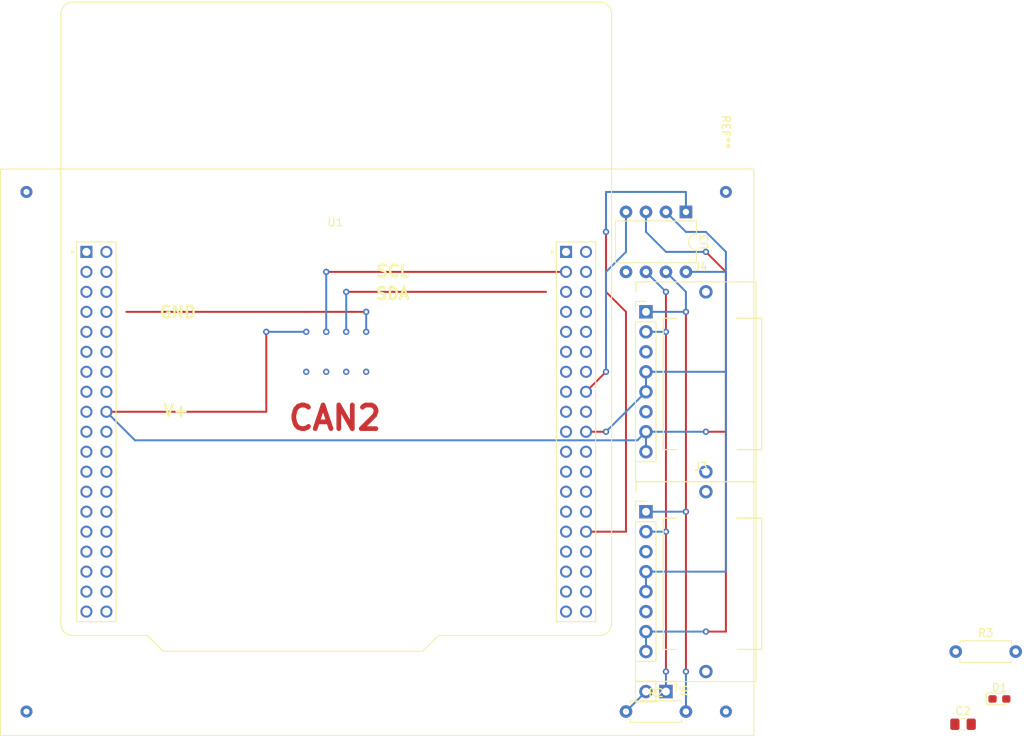
<source format=kicad_pcb>
(kicad_pcb (version 20221018) (generator pcbnew)
  (layers (0 "F.Cu" signal) (31 "B.Cu" signal) (34 "B.Paste" user) (35 "F.Paste" user) (36 "B.SilkS" user "B.Silkscreen") (37 "F.SilkS" user "F.Silkscreen") (38 "B.Mask" user) (39 "F.Mask" user) (44 "Edge.Cuts" user))
  (net 0 "")
  (net 1 "GND")
  (net 2 "+5V")
  (net 3 "Net-(D1-A)")
  (net 7 "CAN2H")
  (net 8 "CAN2L")
  (net 13 "Net-(J6-Pin_2)")
  (net 14 "CAN2_TD")
  (net 15 "CAN2_RD")
  (net 47 "unconnected-(U1B-PB8-PadCN10_3)")
  (footprint "Original:NUCLEO-F446RE" (layer "F.Cu") (at 88.9 96.52)
    (fp_text reference "U1" (at 31.638637 -3.767763 unlocked) (layer "F.SilkS"))
    (fp_text value "NUCLEO-F446RE")
    (fp_line (start -3.25 47.26) (end -3.25 -30.24) (stroke (width 0.127)) (layer "F.SilkS"))
    (fp_line (start -1.75 -31.74) (end 65.25 -31.74) (stroke (width 0.127)) (layer "F.SilkS"))
    (fp_line (start -1.23 -1.27) (end -1.23 46.99) (stroke (width 0.127)) (layer "F.SilkS"))
    (fp_line (start -1.23 46.99) (end 3.77 46.99) (stroke (width 0.127)) (layer "F.SilkS"))
    (fp_line (start 3.77 -1.27) (end -1.23 -1.27) (stroke (width 0.127)) (layer "F.SilkS"))
    (fp_line (start 3.77 46.99) (end 3.77 -1.27) (stroke (width 0.127)) (layer "F.SilkS"))
    (fp_line (start 7.75 48.76) (end -1.75 48.76) (stroke (width 0.127)) (layer "F.SilkS"))
    (fp_line (start 9.75 50.76) (end 7.75 48.76) (stroke (width 0.127)) (layer "F.SilkS"))
    (fp_line (start 42.75 50.76) (end 9.75 50.76) (stroke (width 0.127)) (layer "F.SilkS"))
    (fp_line (start 44.75 48.76) (end 42.75 50.76) (stroke (width 0.127)) (layer "F.SilkS"))
    (fp_line (start 59.73 -1.27) (end 59.73 46.99) (stroke (width 0.127)) (layer "F.SilkS"))
    (fp_line (start 59.73 46.99) (end 64.73 46.99) (stroke (width 0.127)) (layer "F.SilkS"))
    (fp_line (start 64.73 -1.27) (end 59.73 -1.27) (stroke (width 0.127)) (layer "F.SilkS"))
    (fp_line (start 64.73 46.99) (end 64.73 -1.27) (stroke (width 0.127)) (layer "F.SilkS"))
    (fp_line (start 65.25 48.76) (end 44.75 48.76) (stroke (width 0.127)) (layer "F.SilkS"))
    (fp_line (start 66.75 -30.24) (end 66.75 47.26) (stroke (width 0.127)) (layer "F.SilkS"))
    (fp_arc (start -3.25 -30.24) (mid -2.81066 -31.30066) (end -1.75 -31.74) (stroke (width 0.127)) (layer "F.SilkS"))
    (fp_arc (start -1.75 48.76) (mid -2.81066 48.32066) (end -3.25 47.26) (stroke (width 0.127)) (layer "F.SilkS"))
    (fp_arc (start 65.25 -31.74) (mid 66.31066 -31.30066) (end 66.75 -30.24) (stroke (width 0.127)) (layer "F.SilkS"))
    (fp_arc (start 66.75 47.26) (mid 66.31066 48.32066) (end 65.25 48.76) (stroke (width 0.127)) (layer "F.SilkS"))
    (fp_circle (center -1.75 0) (end -1.65 0) (stroke (width 0.2)) (fill none) (layer "F.SilkS"))
    (fp_circle (center 59.21 0) (end 59.31 0) (stroke (width 0.2)) (fill none) (layer "F.SilkS"))
    (pad "" np_thru_hole circle (at 7.62 -3.81) (size 3 3) (drill 3) (layers "*.Cu" "*.Mask"))
    (pad "" np_thru_hole circle (at 40.64 48.26) (size 3 3) (drill 3) (layers "*.Cu" "*.Mask"))
    (pad "" np_thru_hole circle (at 55.88 -2.54) (size 3 3) (drill 3) (layers "*.Cu" "*.Mask"))
    (pad "CN7_1" thru_hole rect (at 0 0) (size 1.53 1.53) (drill 1.02) (layers "*.Cu" "*.Mask"))
    (pad "CN7_2" thru_hole circle (at 2.54 0) (size 1.53 1.53) (drill 1.02) (layers "*.Cu" "*.Mask"))
    (pad "CN7_3" thru_hole circle (at 0 2.54) (size 1.53 1.53) (drill 1.02) (layers "*.Cu" "*.Mask"))
    (pad "CN7_4" thru_hole circle (at 2.54 2.54) (size 1.53 1.53) (drill 1.02) (layers "*.Cu" "*.Mask"))
    (pad "CN7_5" thru_hole circle (at 0 5.08) (size 1.53 1.53) (drill 1.02) (layers "*.Cu" "*.Mask"))
    (pad "CN7_6" thru_hole circle (at 2.54 5.08) (size 1.53 1.53) (drill 1.02) (layers "*.Cu" "*.Mask"))
    (pad "CN7_7" thru_hole circle (at 0 7.62) (size 1.53 1.53) (drill 1.02) (layers "*.Cu" "*.Mask"))
    (pad "CN7_8" thru_hole circle (at 2.54 7.62) (size 1.53 1.53) (drill 1.02) (layers "*.Cu" "*.Mask") (net 1 "GND"))
    (pad "CN7_9" thru_hole circle (at 0 10.16) (size 1.53 1.53) (drill 1.02) (layers "*.Cu" "*.Mask"))
    (pad "CN7_10" thru_hole circle (at 2.54 10.16) (size 1.53 1.53) (drill 1.02) (layers "*.Cu" "*.Mask"))
    (pad "CN7_11" thru_hole circle (at 0 12.7) (size 1.53 1.53) (drill 1.02) (layers "*.Cu" "*.Mask"))
    (pad "CN7_12" thru_hole circle (at 2.54 12.7) (size 1.53 1.53) (drill 1.02) (layers "*.Cu" "*.Mask"))
    (pad "CN7_13" thru_hole circle (at 0 15.24) (size 1.53 1.53) (drill 1.02) (layers "*.Cu" "*.Mask"))
    (pad "CN7_14" thru_hole circle (at 2.54 15.24) (size 1.53 1.53) (drill 1.02) (layers "*.Cu" "*.Mask"))
    (pad "CN7_15" thru_hole circle (at 0 17.78) (size 1.53 1.53) (drill 1.02) (layers "*.Cu" "*.Mask"))
    (pad "CN7_16" thru_hole circle (at 2.54 17.78) (size 1.53 1.53) (drill 1.02) (layers "*.Cu" "*.Mask"))
    (pad "CN7_17" thru_hole circle (at 0 20.32) (size 1.53 1.53) (drill 1.02) (layers "*.Cu" "*.Mask"))
    (pad "CN7_18" thru_hole circle (at 2.54 20.32) (size 1.53 1.53) (drill 1.02) (layers "*.Cu" "*.Mask") (net 2 "+5V"))
    (pad "CN7_19" thru_hole circle (at 0 22.86) (size 1.53 1.53) (drill 1.02) (layers "*.Cu" "*.Mask") (net 1 "GND"))
    (pad "CN7_20" thru_hole circle (at 2.54 22.86) (size 1.53 1.53) (drill 1.02) (layers "*.Cu" "*.Mask") (net 1 "GND"))
    (pad "CN7_21" thru_hole circle (at 0 25.4) (size 1.53 1.53) (drill 1.02) (layers "*.Cu" "*.Mask"))
    (pad "CN7_22" thru_hole circle (at 2.54 25.4) (size 1.53 1.53) (drill 1.02) (layers "*.Cu" "*.Mask") (net 1 "GND"))
    (pad "CN7_23" thru_hole circle (at 0 27.94) (size 1.53 1.53) (drill 1.02) (layers "*.Cu" "*.Mask"))
    (pad "CN7_24" thru_hole circle (at 2.54 27.94) (size 1.53 1.53) (drill 1.02) (layers "*.Cu" "*.Mask"))
    (pad "CN7_25" thru_hole circle (at 0 30.48) (size 1.53 1.53) (drill 1.02) (layers "*.Cu" "*.Mask"))
    (pad "CN7_26" thru_hole circle (at 2.54 30.48) (size 1.53 1.53) (drill 1.02) (layers "*.Cu" "*.Mask"))
    (pad "CN7_27" thru_hole circle (at 0 33.02) (size 1.53 1.53) (drill 1.02) (layers "*.Cu" "*.Mask"))
    (pad "CN7_28" thru_hole circle (at 2.54 33.02) (size 1.53 1.53) (drill 1.02) (layers "*.Cu" "*.Mask"))
    (pad "CN7_29" thru_hole circle (at 0 35.56) (size 1.53 1.53) (drill 1.02) (layers "*.Cu" "*.Mask"))
    (pad "CN7_30" thru_hole circle (at 2.54 35.56) (size 1.53 1.53) (drill 1.02) (layers "*.Cu" "*.Mask"))
    (pad "CN7_31" thru_hole circle (at 0 38.1) (size 1.53 1.53) (drill 1.02) (layers "*.Cu" "*.Mask"))
    (pad "CN7_32" thru_hole circle (at 2.54 38.1) (size 1.53 1.53) (drill 1.02) (layers "*.Cu" "*.Mask"))
    (pad "CN7_33" thru_hole circle (at 0 40.64) (size 1.53 1.53) (drill 1.02) (layers "*.Cu" "*.Mask"))
    (pad "CN7_34" thru_hole circle (at 2.54 40.64) (size 1.53 1.53) (drill 1.02) (layers "*.Cu" "*.Mask"))
    (pad "CN7_35" thru_hole circle (at 0 43.18) (size 1.53 1.53) (drill 1.02) (layers "*.Cu" "*.Mask"))
    (pad "CN7_36" thru_hole circle (at 2.54 43.18) (size 1.53 1.53) (drill 1.02) (layers "*.Cu" "*.Mask"))
    (pad "CN7_37" thru_hole circle (at 0 45.72) (size 1.53 1.53) (drill 1.02) (layers "*.Cu" "*.Mask"))
    (pad "CN7_38" thru_hole circle (at 2.54 45.72) (size 1.53 1.53) (drill 1.02) (layers "*.Cu" "*.Mask"))
    (pad "CN10_1" thru_hole rect (at 60.96 0) (size 1.53 1.53) (drill 1.02) (layers "*.Cu" "*.Mask"))
    (pad "CN10_2" thru_hole circle (at 63.5 0) (size 1.53 1.53) (drill 1.02) (layers "*.Cu" "*.Mask"))
    (pad "CN10_3" thru_hole circle (at 60.96 2.54) (size 1.53 1.53) (drill 1.02) (layers "*.Cu" "*.Mask") (net 47 "unconnected-(U1B-PB8-PadCN10_3)"))
    (pad "CN10_4" thru_hole circle (at 63.5 2.54) (size 1.53 1.53) (drill 1.02) (layers "*.Cu" "*.Mask"))
    (pad "CN10_5" thru_hole circle (at 60.96 5.08) (size 1.53 1.53) (drill 1.02) (layers "*.Cu" "*.Mask"))
    (pad "CN10_6" thru_hole circle (at 63.5 5.08) (size 1.53 1.53) (drill 1.02) (layers "*.Cu" "*.Mask"))
    (pad "CN10_7" thru_hole circle (at 60.96 7.62) (size 1.53 1.53) (drill 1.02) (layers "*.Cu" "*.Mask"))
    (pad "CN10_8" thru_hole circle (at 63.5 7.62) (size 1.53 1.53) (drill 1.02) (layers "*.Cu" "*.Mask"))
    (pad "CN10_9" thru_hole circle (at 60.96 10.16) (size 1.53 1.53) (drill 1.02) (layers "*.Cu" "*.Mask") (net 1 "GND"))
    (pad "CN10_10" thru_hole circle (at 63.5 10.16) (size 1.53 1.53) (drill 1.02) (layers "*.Cu" "*.Mask"))
    (pad "CN10_11" thru_hole circle (at 60.96 12.7) (size 1.53 1.53) (drill 1.02) (layers "*.Cu" "*.Mask"))
    (pad "CN10_12" thru_hole circle (at 63.5 12.7) (size 1.53 1.53) (drill 1.02) (layers "*.Cu" "*.Mask"))
    (pad "CN10_13" thru_hole circle (at 60.96 15.24) (size 1.53 1.53) (drill 1.02) (layers "*.Cu" "*.Mask"))
    (pad "CN10_14" thru_hole circle (at 63.5 15.24) (size 1.53 1.53) (drill 1.02) (layers "*.Cu" "*.Mask"))
    (pad "CN10_15" thru_hole circle (at 60.96 17.78) (size 1.53 1.53) (drill 1.02) (layers "*.Cu" "*.Mask"))
    (pad "CN10_16" thru_hole circle (at 63.5 17.78) (size 1.53 1.53) (drill 1.02) (layers "*.Cu" "*.Mask") (net 15 "CAN2_RD"))
    (pad "CN10_17" thru_hole circle (at 60.96 20.32) (size 1.53 1.53) (drill 1.02) (layers "*.Cu" "*.Mask"))
    (pad "CN10_18" thru_hole circle (at 63.5 20.32) (size 1.53 1.53) (drill 1.02) (layers "*.Cu" "*.Mask"))
    (pad "CN10_19" thru_hole circle (at 60.96 22.86) (size 1.53 1.53) (drill 1.02) (layers "*.Cu" "*.Mask"))
    (pad "CN10_20" thru_hole circle (at 63.5 22.86) (size 1.53 1.53) (drill 1.02) (layers "*.Cu" "*.Mask") (net 1 "GND"))
    (pad "CN10_21" thru_hole circle (at 60.96 25.4) (size 1.53 1.53) (drill 1.02) (layers "*.Cu" "*.Mask"))
    (pad "CN10_22" thru_hole circle (at 63.5 25.4) (size 1.53 1.53) (drill 1.02) (layers "*.Cu" "*.Mask"))
    (pad "CN10_23" thru_hole circle (at 60.96 27.94) (size 1.53 1.53) (drill 1.02) (layers "*.Cu" "*.Mask"))
    (pad "CN10_24" thru_hole circle (at 63.5 27.94) (size 1.53 1.53) (drill 1.02) (layers "*.Cu" "*.Mask"))
    (pad "CN10_25" thru_hole circle (at 60.96 30.48) (size 1.53 1.53) (drill 1.02) (layers "*.Cu" "*.Mask"))
    (pad "CN10_26" thru_hole circle (at 63.5 30.48) (size 1.53 1.53) (drill 1.02) (layers "*.Cu" "*.Mask"))
    (pad "CN10_27" thru_hole circle (at 60.96 33.02) (size 1.53 1.53) (drill 1.02) (layers "*.Cu" "*.Mask"))
    (pad "CN10_28" thru_hole circle (at 63.5 33.02) (size 1.53 1.53) (drill 1.02) (layers "*.Cu" "*.Mask"))
    (pad "CN10_29" thru_hole circle (at 60.96 35.56) (size 1.53 1.53) (drill 1.02) (layers "*.Cu" "*.Mask"))
    (pad "CN10_30" thru_hole circle (at 63.5 35.56) (size 1.53 1.53) (drill 1.02) (layers "*.Cu" "*.Mask") (net 14 "CAN2_TD"))
    (pad "CN10_31" thru_hole circle (at 60.96 38.1) (size 1.53 1.53) (drill 1.02) (layers "*.Cu" "*.Mask"))
    (pad "CN10_32" thru_hole circle (at 63.5 38.1) (size 1.53 1.53) (drill 1.02) (layers "*.Cu" "*.Mask"))
    (pad "CN10_33" thru_hole circle (at 60.96 40.64) (size 1.53 1.53) (drill 1.02) (layers "*.Cu" "*.Mask"))
    (pad "CN10_34" thru_hole circle (at 63.5 40.64) (size 1.53 1.53) (drill 1.02) (layers "*.Cu" "*.Mask"))
    (pad "CN10_35" thru_hole circle (at 60.96 43.18) (size 1.53 1.53) (drill 1.02) (layers "*.Cu" "*.Mask"))
    (pad "CN10_36" thru_hole circle (at 63.5 43.18) (size 1.53 1.53) (drill 1.02) (layers "*.Cu" "*.Mask"))
    (pad "CN10_37" thru_hole circle (at 60.96 45.72) (size 1.53 1.53) (drill 1.02) (layers "*.Cu" "*.Mask"))
    (pad "CN10_38" thru_hole circle (at 63.5 45.72) (size 1.53 1.53) (drill 1.02) (layers "*.Cu" "*.Mask"))
  )
  (footprint "Original:LAN-DIP_in" (layer "F.Cu") (at 160.02 104.14)
    (fp_text reference "J4" (at 6.985 -5.715) (layer "F.SilkS"))
    (fp_text value "CAN1B")
    (fp_line (start -1.33 -1.33) (end 0 -1.33) (stroke (width 0.12)) (layer "F.SilkS"))
    (fp_line (start -1.33 0) (end -1.33 -1.33) (stroke (width 0.12)) (layer "F.SilkS"))
    (fp_line (start -1.33 1.27) (end -1.33 21.59) (stroke (width 0.12)) (layer "F.SilkS"))
    (fp_line (start -1.33 1.27) (end 1.27 1.27) (stroke (width 0.12)) (layer "F.SilkS"))
    (fp_line (start -1.33 21.59) (end 13.97 21.59) (stroke (width 0.12)) (layer "F.SilkS"))
    (fp_line (start -1.27 -3.81) (end -1.27 -2.54) (stroke (width 0.12)) (layer "F.SilkS"))
    (fp_line (start -1.27 19.05) (end 1.27 19.05) (stroke (width 0.12)) (layer "F.SilkS"))
    (fp_line (start 1.27 19.05) (end 1.27 1.27) (stroke (width 0.12)) (layer "F.SilkS"))
    (fp_line (start 2.1997 0.81) (end 3.88 0.81) (stroke (width 0.15)) (layer "F.SilkS"))
    (fp_line (start 2.1997 17.51) (end 2.1997 0.81) (stroke (width 0.15)) (layer "F.SilkS"))
    (fp_line (start 3.88 17.51) (end 2.1997 17.51) (stroke (width 0.15)) (layer "F.SilkS"))
    (fp_line (start 11.5951 17.51) (end 14.6997 17.51) (stroke (width 0.15)) (layer "F.SilkS"))
    (fp_line (start 13.97 -3.81) (end -1.27 -3.81) (stroke (width 0.12)) (layer "F.SilkS"))
    (fp_line (start 13.97 -3.81) (end 13.97 21.59) (stroke (width 0.12)) (layer "F.SilkS"))
    (fp_line (start 14.6997 0.81) (end 11.5316 0.81) (stroke (width 0.15)) (layer "F.SilkS"))
    (fp_line (start 14.6997 17.51) (end 14.6997 0.81) (stroke (width 0.15)) (layer "F.SilkS"))
    (pad "" thru_hole oval (at 7.62 -2.54) (size 1.7 1.7) (drill 1) (layers "*.Cu" "*.Mask"))
    (pad "" thru_hole oval (at 7.62 20.32) (size 1.7 1.7) (drill 1) (layers "*.Cu" "*.Mask"))
    (pad "1" thru_hole rect (at 0 0) (size 1.7 1.7) (drill 1) (layers "*.Cu" "*.Mask") (net 7 "CAN2H"))
    (pad "2" thru_hole oval (at 0 2.54) (size 1.7 1.7) (drill 1) (layers "*.Cu" "*.Mask") (net 8 "CAN2L"))
    (pad "3" thru_hole oval (at 0 5.08) (size 1.7 1.7) (drill 1) (layers "*.Cu" "*.Mask"))
    (pad "4" thru_hole oval (at 0 7.62) (size 1.7 1.7) (drill 1) (layers "*.Cu" "*.Mask") (net 1 "GND"))
    (pad "5" thru_hole oval (at 0 10.16) (size 1.7 1.7) (drill 1) (layers "*.Cu" "*.Mask") (net 1 "GND"))
    (pad "6" thru_hole oval (at 0 12.7) (size 1.7 1.7) (drill 1) (layers "*.Cu" "*.Mask"))
    (pad "7" thru_hole oval (at 0 15.24) (size 1.7 1.7) (drill 1) (layers "*.Cu" "*.Mask") (net 2 "+5V"))
    (pad "8" thru_hole oval (at 0 17.78) (size 1.7 1.7) (drill 1) (layers "*.Cu" "*.Mask") (net 2 "+5V"))
  )
  (footprint "Package_DIP:DIP-8_W7.62mm" (layer "F.Cu") (at 165.1 91.44 -90)
    (fp_text reference "U3" (at 3.81 -2.33 90) (layer "F.SilkS"))
    (fp_text value "MCP2561-E-P")
    (fp_line (start 1.16 -1.33) (end 1.16 8.95) (stroke (width 0.12)) (layer "F.SilkS"))
    (fp_line (start 1.16 8.95) (end 6.46 8.95) (stroke (width 0.12)) (layer "F.SilkS"))
    (fp_line (start 2.81 -1.33) (end 1.16 -1.33) (stroke (width 0.12)) (layer "F.SilkS"))
    (fp_line (start 6.46 -1.33) (end 4.81 -1.33) (stroke (width 0.12)) (layer "F.SilkS"))
    (fp_line (start 6.46 8.95) (end 6.46 -1.33) (stroke (width 0.12)) (layer "F.SilkS"))
    (fp_arc (start 4.81 -1.33) (mid 3.81 -0.33) (end 2.81 -1.33) (stroke (width 0.12)) (layer "F.SilkS"))
    (pad "1" thru_hole rect (at 0 0 270) (size 1.6 1.6) (drill 0.8) (layers "*.Cu" "*.Mask") (net 14 "CAN2_TD"))
    (pad "2" thru_hole oval (at 0 2.54 270) (size 1.6 1.6) (drill 0.8) (layers "*.Cu" "*.Mask") (net 1 "GND"))
    (pad "3" thru_hole oval (at 0 5.08 270) (size 1.6 1.6) (drill 0.8) (layers "*.Cu" "*.Mask") (net 2 "+5V"))
    (pad "4" thru_hole oval (at 0 7.62 270) (size 1.6 1.6) (drill 0.8) (layers "*.Cu" "*.Mask") (net 15 "CAN2_RD"))
    (pad "5" thru_hole oval (at 7.62 7.62 270) (size 1.6 1.6) (drill 0.8) (layers "*.Cu" "*.Mask"))
    (pad "6" thru_hole oval (at 7.62 5.08 270) (size 1.6 1.6) (drill 0.8) (layers "*.Cu" "*.Mask") (net 8 "CAN2L"))
    (pad "7" thru_hole oval (at 7.62 2.54 270) (size 1.6 1.6) (drill 0.8) (layers "*.Cu" "*.Mask") (net 7 "CAN2H"))
    (pad "8" thru_hole oval (at 7.62 0 270) (size 1.6 1.6) (drill 0.8) (layers "*.Cu" "*.Mask") (net 1 "GND"))
  )
  (footprint "LED_SMD:LED_0603_1608Metric_Pad1.05x0.95mm_HandSolder" (layer "F.Cu") (at 204.945 153.34)
    (fp_text reference "D1" (at 0 -1.43) (layer "F.SilkS"))
    (fp_text value "PWR")
    (fp_line (start -1.66 -0.735) (end -1.66 0.735) (stroke (width 0.12)) (layer "F.SilkS"))
    (fp_line (start -1.66 0.735) (end 0.8 0.735) (stroke (width 0.12)) (layer "F.SilkS"))
    (fp_line (start 0.8 -0.735) (end -1.66 -0.735) (stroke (width 0.12)) (layer "F.SilkS"))
    (pad "1" smd roundrect (at -0.875 0) (size 1.05 0.95) (layers "F.Cu" "F.Paste" "F.Mask") (net 1 "GND"))
    (pad "2" smd roundrect (at 0.875 0) (size 1.05 0.95) (layers "F.Cu" "F.Paste" "F.Mask") (net 3 "Net-(D1-A)"))
  )
  (footprint "Connector_PinHeader_2.54mm:PinHeader_1x02_P2.54mm_Vertical" (layer "F.Cu") (at 162.56 152.4 -90)
    (fp_text reference "J6" (at 0 -2.33 90) (layer "F.SilkS"))
    (fp_text value "Conn_01x02")
    (fp_line (start -1.33 -1.33) (end 0 -1.33) (stroke (width 0.12)) (layer "F.SilkS"))
    (fp_line (start -1.33 0) (end -1.33 -1.33) (stroke (width 0.12)) (layer "F.SilkS"))
    (fp_line (start -1.33 1.27) (end -1.33 3.87) (stroke (width 0.12)) (layer "F.SilkS"))
    (fp_line (start -1.33 1.27) (end 1.33 1.27) (stroke (width 0.12)) (layer "F.SilkS"))
    (fp_line (start -1.33 3.87) (end 1.33 3.87) (stroke (width 0.12)) (layer "F.SilkS"))
    (fp_line (start 1.33 1.27) (end 1.33 3.87) (stroke (width 0.12)) (layer "F.SilkS"))
    (pad "1" thru_hole rect (at 0 0 270) (size 1.7 1.7) (drill 1) (layers "*.Cu" "*.Mask") (net 8 "CAN2L"))
    (pad "2" thru_hole oval (at 0 2.54 270) (size 1.7 1.7) (drill 1) (layers "*.Cu" "*.Mask") (net 13 "Net-(J6-Pin_2)"))
  )
  (footprint "Resistor_THT:R_Axial_DIN0207_L6.3mm_D2.5mm_P7.62mm_Horizontal" (layer "F.Cu") (at 199.39 147.32)
    (fp_text reference "R3" (at 3.81 -2.37) (layer "F.SilkS"))
    (fp_text value "1K")
    (fp_line (start 0.54 -1.37) (end 7.08 -1.37) (stroke (width 0.12)) (layer "F.SilkS"))
    (fp_line (start 0.54 -1.04) (end 0.54 -1.37) (stroke (width 0.12)) (layer "F.SilkS"))
    (fp_line (start 0.54 1.04) (end 0.54 1.37) (stroke (width 0.12)) (layer "F.SilkS"))
    (fp_line (start 0.54 1.37) (end 7.08 1.37) (stroke (width 0.12)) (layer "F.SilkS"))
    (fp_line (start 7.08 -1.37) (end 7.08 -1.04) (stroke (width 0.12)) (layer "F.SilkS"))
    (fp_line (start 7.08 1.37) (end 7.08 1.04) (stroke (width 0.12)) (layer "F.SilkS"))
    (pad "1" thru_hole circle (at 0 0) (size 1.6 1.6) (drill 0.8) (layers "*.Cu" "*.Mask") (net 2 "+5V"))
    (pad "2" thru_hole oval (at 7.62 0) (size 1.6 1.6) (drill 0.8) (layers "*.Cu" "*.Mask") (net 3 "Net-(D1-A)"))
  )
  (footprint "Original:LAN-DIP_in" (layer "F.Cu") (at 160.02 129.54)
    (fp_text reference "J3" (at 6.985 -5.715) (layer "F.SilkS"))
    (fp_text value "CAN1A")
    (fp_line (start -1.33 -1.33) (end 0 -1.33) (stroke (width 0.12)) (layer "F.SilkS"))
    (fp_line (start -1.33 0) (end -1.33 -1.33) (stroke (width 0.12)) (layer "F.SilkS"))
    (fp_line (start -1.33 1.27) (end -1.33 21.59) (stroke (width 0.12)) (layer "F.SilkS"))
    (fp_line (start -1.33 1.27) (end 1.27 1.27) (stroke (width 0.12)) (layer "F.SilkS"))
    (fp_line (start -1.33 21.59) (end 13.97 21.59) (stroke (width 0.12)) (layer "F.SilkS"))
    (fp_line (start -1.27 -3.81) (end -1.27 -2.54) (stroke (width 0.12)) (layer "F.SilkS"))
    (fp_line (start -1.27 19.05) (end 1.27 19.05) (stroke (width 0.12)) (layer "F.SilkS"))
    (fp_line (start 1.27 19.05) (end 1.27 1.27) (stroke (width 0.12)) (layer "F.SilkS"))
    (fp_line (start 2.1997 0.81) (end 3.88 0.81) (stroke (width 0.15)) (layer "F.SilkS"))
    (fp_line (start 2.1997 17.51) (end 2.1997 0.81) (stroke (width 0.15)) (layer "F.SilkS"))
    (fp_line (start 3.88 17.51) (end 2.1997 17.51) (stroke (width 0.15)) (layer "F.SilkS"))
    (fp_line (start 11.5951 17.51) (end 14.6997 17.51) (stroke (width 0.15)) (layer "F.SilkS"))
    (fp_line (start 13.97 -3.81) (end -1.27 -3.81) (stroke (width 0.12)) (layer "F.SilkS"))
    (fp_line (start 13.97 -3.81) (end 13.97 21.59) (stroke (width 0.12)) (layer "F.SilkS"))
    (fp_line (start 14.6997 0.81) (end 11.5316 0.81) (stroke (width 0.15)) (layer "F.SilkS"))
    (fp_line (start 14.6997 17.51) (end 14.6997 0.81) (stroke (width 0.15)) (layer "F.SilkS"))
    (pad "" thru_hole oval (at 7.62 -2.54) (size 1.7 1.7) (drill 1) (layers "*.Cu" "*.Mask"))
    (pad "" thru_hole oval (at 7.62 20.32) (size 1.7 1.7) (drill 1) (layers "*.Cu" "*.Mask"))
    (pad "1" thru_hole rect (at 0 0) (size 1.7 1.7) (drill 1) (layers "*.Cu" "*.Mask") (net 7 "CAN2H"))
    (pad "2" thru_hole oval (at 0 2.54) (size 1.7 1.7) (drill 1) (layers "*.Cu" "*.Mask") (net 8 "CAN2L"))
    (pad "3" thru_hole oval (at 0 5.08) (size 1.7 1.7) (drill 1) (layers "*.Cu" "*.Mask"))
    (pad "4" thru_hole oval (at 0 7.62) (size 1.7 1.7) (drill 1) (layers "*.Cu" "*.Mask") (net 1 "GND"))
    (pad "5" thru_hole oval (at 0 10.16) (size 1.7 1.7) (drill 1) (layers "*.Cu" "*.Mask") (net 1 "GND"))
    (pad "6" thru_hole oval (at 0 12.7) (size 1.7 1.7) (drill 1) (layers "*.Cu" "*.Mask"))
    (pad "7" thru_hole oval (at 0 15.24) (size 1.7 1.7) (drill 1) (layers "*.Cu" "*.Mask") (net 2 "+5V"))
    (pad "8" thru_hole oval (at 0 17.78) (size 1.7 1.7) (drill 1) (layers "*.Cu" "*.Mask") (net 2 "+5V"))
  )
  (footprint "Resistor_THT:R_Axial_DIN0207_L6.3mm_D2.5mm_P7.62mm_Horizontal" (layer "F.Cu") (at 157.48 154.94)
    (fp_text reference "R2" (at 3.81 -2.37) (layer "F.SilkS"))
    (fp_text value "120R")
    (fp_line (start 0.54 -1.37) (end 7.08 -1.37) (stroke (width 0.12)) (layer "F.SilkS"))
    (fp_line (start 0.54 -1.04) (end 0.54 -1.37) (stroke (width 0.12)) (layer "F.SilkS"))
    (fp_line (start 0.54 1.04) (end 0.54 1.37) (stroke (width 0.12)) (layer "F.SilkS"))
    (fp_line (start 0.54 1.37) (end 7.08 1.37) (stroke (width 0.12)) (layer "F.SilkS"))
    (fp_line (start 7.08 -1.37) (end 7.08 -1.04) (stroke (width 0.12)) (layer "F.SilkS"))
    (fp_line (start 7.08 1.37) (end 7.08 1.04) (stroke (width 0.12)) (layer "F.SilkS"))
    (pad "1" thru_hole circle (at 0 0) (size 1.6 1.6) (drill 0.8) (layers "*.Cu" "*.Mask") (net 13 "Net-(J6-Pin_2)"))
    (pad "2" thru_hole oval (at 7.62 0) (size 1.6 1.6) (drill 0.8) (layers "*.Cu" "*.Mask") (net 7 "CAN2H"))
  )
  (footprint "Original:akiB" (layer "F.Cu") (at 170.18 88.9 -90)
    (fp_text reference "REF**" (at -7.62 0 -90 unlocked) (layer "F.SilkS"))
    (fp_text value "akiB")
    (fp_rect (start -2.912 -3.558) (end 69.088 92.202) (stroke (width 0.12)) (fill none) (layer "F.SilkS"))
    (pad "1" thru_hole circle (at 0 0 270) (size 1.524 1.524) (drill 0.762) (layers "*.Cu" "*.Mask"))
    (pad "2" thru_hole circle (at 66.04 0 270) (size 1.524 1.524) (drill 0.762) (layers "*.Cu" "*.Mask"))
    (pad "3" thru_hole circle (at 66.04 88.9 270) (size 1.524 1.524) (drill 0.762) (layers "*.Cu" "*.Mask"))
    (pad "4" thru_hole circle (at 0 88.9 270) (size 1.524 1.524) (drill 0.762) (layers "*.Cu" "*.Mask"))
  )
  (footprint "Capacitor_SMD:C_0805_2012Metric_Pad1.18x1.45mm_HandSolder" (layer "F.Cu") (at 200.32 156.56)
    (fp_text reference "C2" (at 0 -1.68) (layer "F.SilkS"))
    (fp_text value "0.1u")
    (fp_line (start -0.261252 -0.735) (end 0.261252 -0.735) (stroke (width 0.12)) (layer "F.SilkS"))
    (fp_line (start -0.261252 0.735) (end 0.261252 0.735) (stroke (width 0.12)) (layer "F.SilkS"))
    (pad "1" smd roundrect (at -1.0375 0) (size 1.175 1.45) (layers "F.Cu" "F.Paste" "F.Mask") (roundrect_rratio 0.212766) (net 1 "GND"))
    (pad "2" smd roundrect (at 1.0375 0) (size 1.175 1.45) (layers "F.Cu" "F.Paste" "F.Mask") (roundrect_rratio 0.212766) (net 2 "+5V"))
  )
  (gr_text "CAN2" (at 114.3 119.38) (layer "F.Cu") (effects (font (size 3 3) (thickness 0.6) bold) (justify left bottom)))
  (gr_text "SDA" (at 125.492593 102.684414) (layer "F.SilkS") (effects (font (size 1.5 1.5) (thickness 0.3) bold) (justify left bottom)))
  (gr_text "SCL" (at 125.588464 99.840223) (layer "F.SilkS") (effects (font (size 1.5 1.5) (thickness 0.3) bold) (justify left bottom)))
  (gr_text "GND" (at 98.041358 105.049247) (layer "F.SilkS") (effects (font (size 1.5 1.5) (thickness 0.3) bold) (justify left bottom)))
  (gr_text "V+" (at 98.520716 117.576469) (layer "F.SilkS") (effects (font (size 1.5 1.5) (thickness 0.3) bold) (justify left bottom)))
  (segment (start 116.84 104.14) (end 124.46 104.14) (width 0.25) (layer "F.Cu") (net 0))
  (segment (start 147.32 101.6) (end 129.54 101.6) (width 0.25) (layer "F.Cu") (net 0))
  (segment (start 129.54 101.6) (end 121.92 101.6) (width 0.25) (layer "F.Cu") (net 0))
  (segment (start 93.98 104.14) (end 116.84 104.14) (width 0.25) (layer "F.Cu") (net 0))
  (via (at 124.46 106.68) (size 0.8) (drill 0.4) (layers "F.Cu" "B.Cu") (net 0))
  (via (at 116.84 111.76) (size 0.8) (drill 0.4) (layers "F.Cu" "B.Cu") (net 0))
  (via (at 121.92 106.68) (size 0.8) (drill 0.4) (layers "F.Cu" "B.Cu") (net 0))
  (via (at 119.38 111.76) (size 0.8) (drill 0.4) (layers "F.Cu" "B.Cu") (net 0))
  (via (at 124.46 104.14) (size 0.8) (drill 0.4) (layers "F.Cu" "B.Cu") (net 0))
  (via (at 121.92 101.6) (size 0.8) (drill 0.4) (layers "F.Cu" "B.Cu") (net 0))
  (via (at 121.92 111.76) (size 0.8) (drill 0.4) (layers "F.Cu" "B.Cu") (net 0))
  (via (at 124.46 111.76) (size 0.8) (drill 0.4) (layers "F.Cu" "B.Cu") (net 0))
  (segment (start 121.92 101.6) (end 121.92 106.68) (width 0.25) (layer "B.Cu") (net 0))
  (segment (start 124.46 104.14) (end 124.46 106.68) (width 0.25) (layer "B.Cu") (net 0))
  (segment (start 154.94 119.38) (end 152.4 119.38) (width 0.25) (layer "F.Cu") (net 1))
  (via (at 154.94 119.38) (size 0.8) (drill 0.4) (layers "F.Cu" "B.Cu") (net 1))
  (segment (start 167.64 93.98) (end 165.1 93.98) (width 0.25) (layer "B.Cu") (net 1))
  (segment (start 170.18 99.06) (end 165.1 99.06) (width 0.25) (layer "B.Cu") (net 1))
  (segment (start 154.94 119.38) (end 160.02 114.3) (width 0.25) (layer "B.Cu") (net 1))
  (segment (start 170.18 99.06) (end 170.18 96.52) (width 0.25) (layer "B.Cu") (net 1))
  (segment (start 160.02 139.7) (end 160.02 137.16) (width 0.25) (layer "B.Cu") (net 1))
  (segment (start 170.18 111.76) (end 170.18 99.06) (width 0.25) (layer "B.Cu") (net 1))
  (segment (start 165.1 93.98) (end 162.56 91.44) (width 0.25) (layer "B.Cu") (net 1))
  (segment (start 160.02 137.16) (end 170.18 137.16) (width 0.25) (layer "B.Cu") (net 1))
  (segment (start 170.18 96.52) (end 167.64 93.98) (width 0.25) (layer "B.Cu") (net 1))
  (segment (start 170.18 137.16) (end 170.18 111.76) (width 0.25) (layer "B.Cu") (net 1))
  (segment (start 160.02 111.76) (end 160.02 114.3) (width 0.25) (layer "B.Cu") (net 1))
  (segment (start 170.18 111.76) (end 160.02 111.76) (width 0.25) (layer "B.Cu") (net 1))
  (segment (start 170.18 99.06) (end 167.64 96.52) (width 0.25) (layer "F.Cu") (net 2))
  (segment (start 91.44 116.84) (end 111.76 116.84) (width 0.25) (layer "F.Cu") (net 2))
  (segment (start 170.18 144.78) (end 167.64 144.78) (width 0.25) (layer "F.Cu") (net 2))
  (segment (start 170.18 119.38) (end 167.64 119.38) (width 0.25) (layer "F.Cu") (net 2))
  (segment (start 170.18 119.38) (end 170.18 144.78) (width 0.25) (layer "F.Cu") (net 2))
  (segment (start 170.18 119.38) (end 170.18 99.06) (width 0.25) (layer "F.Cu") (net 2))
  (segment (start 111.76 116.84) (end 111.76 106.68) (width 0.25) (layer "F.Cu") (net 2))
  (via (at 167.64 119.38) (size 0.8) (drill 0.4) (layers "F.Cu" "B.Cu") (net 2))
  (via (at 167.64 96.52) (size 0.8) (drill 0.4) (layers "F.Cu" "B.Cu") (net 2))
  (via (at 116.84 106.68) (size 0.8) (drill 0.4) (layers "F.Cu" "B.Cu") (net 2))
  (via (at 167.64 144.78) (size 0.8) (drill 0.4) (layers "F.Cu" "B.Cu") (net 2))
  (via (at 111.76 106.68) (size 0.8) (drill 0.4) (layers "F.Cu" "B.Cu") (net 2))
  (segment (start 160.02 93.98) (end 160.02 91.44) (width 0.25) (layer "B.Cu") (net 2))
  (segment (start 167.64 119.38) (end 160.02 119.38) (width 0.25) (layer "B.Cu") (net 2))
  (segment (start 160.02 119.38) (end 158.93 120.47) (width 0.25) (layer "B.Cu") (net 2))
  (segment (start 158.93 120.47) (end 95.07 120.47) (width 0.25) (layer "B.Cu") (net 2))
  (segment (start 111.76 106.68) (end 116.84 106.68) (width 0.25) (layer "B.Cu") (net 2))
  (segment (start 167.64 144.78) (end 160.02 144.78) (width 0.25) (layer "B.Cu") (net 2))
  (segment (start 162.56 96.52) (end 160.02 93.98) (width 0.25) (layer "B.Cu") (net 2))
  (segment (start 167.64 96.52) (end 162.56 96.52) (width 0.25) (layer "B.Cu") (net 2))
  (segment (start 160.02 119.38) (end 160.02 121.92) (width 0.25) (layer "B.Cu") (net 2))
  (segment (start 160.02 147.32) (end 160.02 144.78) (width 0.25) (layer "B.Cu") (net 2))
  (segment (start 95.07 120.47) (end 91.44 116.84) (width 0.25) (layer "B.Cu") (net 2))
  (segment (start 165.1 149.86) (end 165.1 129.54) (width 0.25) (layer "F.Cu") (net 7))
  (segment (start 165.1 129.54) (end 165.1 104.14) (width 0.25) (layer "F.Cu") (net 7))
  (via (at 165.1 129.54) (size 0.8) (drill 0.4) (layers "F.Cu" "B.Cu") (net 7))
  (via (at 165.1 149.86) (size 0.8) (drill 0.4) (layers "F.Cu" "B.Cu") (net 7))
  (via (at 165.1 104.14) (size 0.8) (drill 0.4) (layers "F.Cu" "B.Cu") (net 7))
  (segment (start 165.1 129.54) (end 160.02 129.54) (width 0.25) (layer "B.Cu") (net 7))
  (segment (start 165.1 101.6) (end 165.1 104.14) (width 0.25) (layer "B.Cu") (net 7))
  (segment (start 162.56 99.06) (end 165.1 101.6) (width 0.25) (layer "B.Cu") (net 7))
  (segment (start 160.02 104.14) (end 165.1 104.14) (width 0.25) (layer "B.Cu") (net 7))
  (segment (start 165.1 154.94) (end 165.1 149.86) (width 0.25) (layer "B.Cu") (net 7))
  (segment (start 162.56 106.68) (end 162.56 132.08) (width 0.25) (layer "F.Cu") (net 8))
  (segment (start 162.56 101.6) (end 162.56 106.68) (width 0.25) (layer "F.Cu") (net 8))
  (segment (start 162.56 132.08) (end 162.56 149.86) (width 0.25) (layer "F.Cu") (net 8))
  (via (at 162.56 132.08) (size 0.8) (drill 0.4) (layers "F.Cu" "B.Cu") (net 8))
  (via (at 162.56 106.68) (size 0.8) (drill 0.4) (layers "F.Cu" "B.Cu") (net 8))
  (via (at 162.56 101.6) (size 0.8) (drill 0.4) (layers "F.Cu" "B.Cu") (net 8))
  (via (at 162.56 149.86) (size 0.8) (drill 0.4) (layers "F.Cu" "B.Cu") (net 8))
  (segment (start 160.02 106.68) (end 162.56 106.68) (width 0.25) (layer "B.Cu") (net 8))
  (segment (start 160.02 99.06) (end 162.56 101.6) (width 0.25) (layer "B.Cu") (net 8))
  (segment (start 162.56 152.4) (end 162.56 149.86) (width 0.25) (layer "B.Cu") (net 8))
  (segment (start 162.56 132.08) (end 160.02 132.08) (width 0.25) (layer "B.Cu") (net 8))
  (segment (start 160.02 152.4) (end 157.48 154.94) (width 0.25) (layer "B.Cu") (net 13))
  (segment (start 157.48 132.08) (end 154.94 132.08) (width 0.25) (layer "F.Cu") (net 14))
  (segment (start 154.94 132.08) (end 152.4 132.08) (width 0.25) (layer "F.Cu") (net 14))
  (segment (start 157.48 104.14) (end 157.48 132.08) (width 0.25) (layer "F.Cu") (net 14))
  (segment (start 154.94 101.6) (end 154.94 93.98) (width 0.25) (layer "F.Cu") (net 14))
  (segment (start 157.48 104.14) (end 154.94 101.6) (width 0.25) (layer "F.Cu") (net 14))
  (via (at 154.94 93.98) (size 0.8) (drill 0.4) (layers "F.Cu" "B.Cu") (net 14))
  (segment (start 165.1 88.9) (end 154.94 88.9) (width 0.25) (layer "B.Cu") (net 14))
  (segment (start 165.1 91.44) (end 165.1 88.9) (width 0.25) (layer "B.Cu") (net 14))
  (segment (start 154.94 88.9) (end 154.94 93.98) (width 0.25) (layer "B.Cu") (net 14))
  (segment (start 154.94 111.76) (end 152.4 114.3) (width 0.25) (layer "F.Cu") (net 15))
  (via (at 154.94 111.76) (size 0.8) (drill 0.4) (layers "F.Cu" "B.Cu") (net 15))
  (segment (start 154.94 99.06) (end 154.94 111.76) (width 0.25) (layer "B.Cu") (net 15))
  (segment (start 157.48 91.44) (end 157.48 96.52) (width 0.25) (layer "B.Cu") (net 15))
  (segment (start 157.48 96.52) (end 154.94 99.06) (width 0.25) (layer "B.Cu") (net 15))
  (segment (start 149.86 99.06) (end 119.38 99.06) (width 0.25) (layer "F.Cu") (net 47))
  (via (at 119.38 106.68) (size 0.8) (drill 0.4) (layers "F.Cu" "B.Cu") (net 47))
  (via (at 119.38 106.68) (size 0.8) (drill 0.4) (layers "F.Cu" "B.Cu") (net 47))
  (via (at 119.38 106.68) (size 0.8) (drill 0.4) (layers "F.Cu" "B.Cu") (net 47))
  (via (at 119.38 99.06) (size 0.8) (drill 0.4) (layers "F.Cu" "B.Cu") (net 47))
  (segment (start 119.38 99.06) (end 119.38 106.68) (width 0.25) (layer "B.Cu") (net 47))
)
</source>
